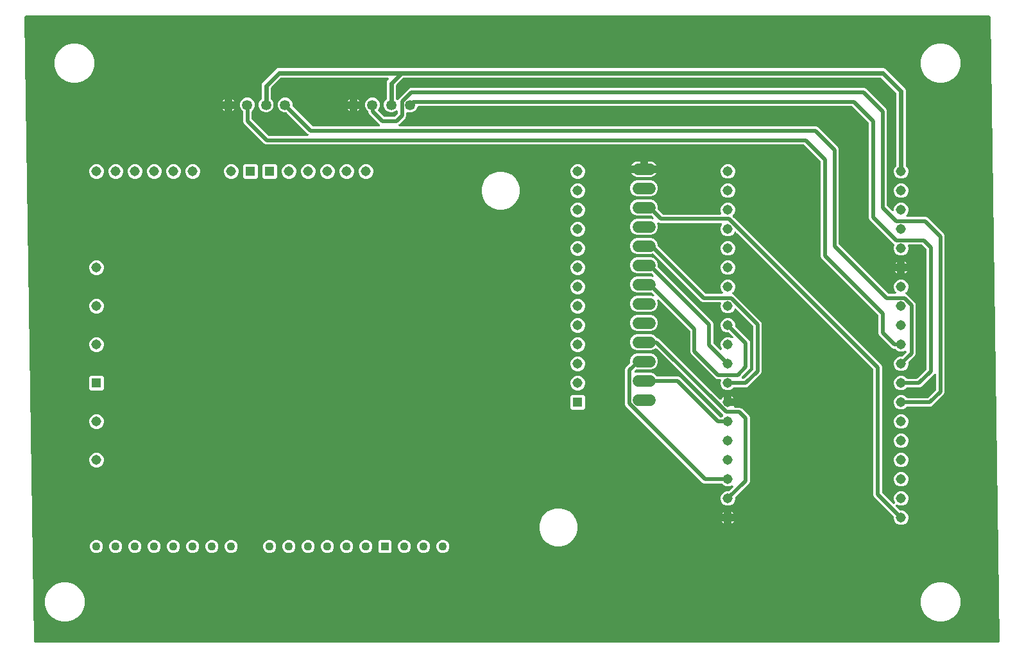
<source format=gbr>
G04 EAGLE Gerber RS-274X export*
G75*
%MOMM*%
%FSLAX34Y34*%
%LPD*%
%INTop Copper*%
%IPPOS*%
%AMOC8*
5,1,8,0,0,1.08239X$1,22.5*%
G01*
G04 Define Apertures*
%ADD10C,1.308000*%
%ADD11R,1.308000X1.308000*%
%ADD12C,1.108000*%
%ADD13R,1.108000X1.108000*%
%ADD14C,1.348000*%
%ADD15C,1.524000*%
%ADD16C,0.609600*%
%ADD17C,0.508000*%
G36*
X1245834Y10281D02*
X1245240Y10160D01*
X-26590Y10160D01*
X-27118Y10254D01*
X-27634Y10574D01*
X-27984Y11069D01*
X-28114Y11661D01*
X-40463Y835893D01*
X-40361Y836465D01*
X-40034Y836976D01*
X-39534Y837319D01*
X-38940Y837440D01*
X1232890Y837440D01*
X1233418Y837346D01*
X1233934Y837026D01*
X1234284Y836531D01*
X1234414Y835939D01*
X1246763Y11707D01*
X1246661Y11135D01*
X1246334Y10624D01*
X1245834Y10281D01*
G37*
%LPC*%
G36*
X1164956Y748540D02*
X1171844Y748540D01*
X1178497Y750323D01*
X1184463Y753767D01*
X1189333Y758637D01*
X1192777Y764603D01*
X1194560Y771256D01*
X1194560Y778144D01*
X1192777Y784797D01*
X1189333Y790763D01*
X1184463Y795633D01*
X1178497Y799077D01*
X1171844Y800860D01*
X1164956Y800860D01*
X1158303Y799077D01*
X1152337Y795633D01*
X1147467Y790763D01*
X1144023Y784797D01*
X1142240Y778144D01*
X1142240Y771256D01*
X1144023Y764603D01*
X1147467Y758637D01*
X1152337Y753767D01*
X1158303Y750323D01*
X1164956Y748540D01*
G37*
G36*
X21956Y748540D02*
X28844Y748540D01*
X35497Y750323D01*
X41463Y753767D01*
X46333Y758637D01*
X49777Y764603D01*
X51560Y771256D01*
X51560Y778144D01*
X49777Y784797D01*
X46333Y790763D01*
X41463Y795633D01*
X35497Y799077D01*
X28844Y800860D01*
X21956Y800860D01*
X15303Y799077D01*
X9337Y795633D01*
X4467Y790763D01*
X1023Y784797D01*
X-760Y778144D01*
X-760Y771256D01*
X1023Y764603D01*
X4467Y758637D01*
X9337Y753767D01*
X15303Y750323D01*
X21956Y748540D01*
G37*
G36*
X1114529Y317612D02*
X1118343Y317612D01*
X1121867Y319072D01*
X1123961Y321166D01*
X1124444Y321491D01*
X1125039Y321612D01*
X1155647Y321612D01*
X1157701Y322463D01*
X1173137Y337899D01*
X1173988Y339953D01*
X1173988Y547211D01*
X1173137Y549265D01*
X1151261Y571141D01*
X1149207Y571992D01*
X1124467Y571992D01*
X1123940Y572086D01*
X1123424Y572405D01*
X1123073Y572899D01*
X1122943Y573492D01*
X1123054Y574088D01*
X1123389Y574594D01*
X1124564Y575769D01*
X1126024Y579293D01*
X1126024Y583107D01*
X1124564Y586631D01*
X1121867Y589328D01*
X1118343Y590788D01*
X1114529Y590788D01*
X1111005Y589328D01*
X1108308Y586631D01*
X1106848Y583107D01*
X1106848Y581134D01*
X1106754Y580607D01*
X1106435Y580091D01*
X1105941Y579740D01*
X1105348Y579610D01*
X1104752Y579721D01*
X1104246Y580056D01*
X1098234Y586068D01*
X1097909Y586551D01*
X1097788Y587146D01*
X1097788Y712311D01*
X1096937Y714365D01*
X1069965Y741337D01*
X1067911Y742188D01*
X469209Y742188D01*
X467155Y741337D01*
X453159Y727341D01*
X453078Y727145D01*
X452781Y726685D01*
X452286Y726334D01*
X451694Y726204D01*
X451098Y726315D01*
X450592Y726650D01*
X450242Y727000D01*
X449917Y727483D01*
X449796Y728078D01*
X449796Y745344D01*
X449907Y745916D01*
X450242Y746421D01*
X459279Y755458D01*
X459762Y755783D01*
X460356Y755904D01*
X1089044Y755904D01*
X1089616Y755793D01*
X1090121Y755458D01*
X1109894Y735685D01*
X1110219Y735202D01*
X1110340Y734608D01*
X1110340Y640095D01*
X1110229Y639523D01*
X1109894Y639017D01*
X1108308Y637431D01*
X1106848Y633907D01*
X1106848Y630093D01*
X1108308Y626569D01*
X1111005Y623872D01*
X1114529Y622412D01*
X1118343Y622412D01*
X1121867Y623872D01*
X1124564Y626569D01*
X1126024Y630093D01*
X1126024Y633907D01*
X1124564Y637431D01*
X1122978Y639017D01*
X1122653Y639500D01*
X1122532Y640095D01*
X1122532Y738977D01*
X1121604Y741217D01*
X1095653Y767168D01*
X1093413Y768096D01*
X294287Y768096D01*
X292047Y767168D01*
X273432Y748553D01*
X272504Y746313D01*
X272504Y728078D01*
X272393Y727506D01*
X272058Y727000D01*
X270302Y725244D01*
X268812Y721647D01*
X268812Y717753D01*
X270302Y714156D01*
X273056Y711402D01*
X276653Y709912D01*
X280547Y709912D01*
X284144Y711402D01*
X286898Y714156D01*
X288388Y717753D01*
X288388Y721647D01*
X286898Y725244D01*
X285142Y727000D01*
X284817Y727483D01*
X284696Y728078D01*
X284696Y741944D01*
X284807Y742516D01*
X285142Y743021D01*
X297579Y755458D01*
X298062Y755783D01*
X298656Y755904D01*
X438804Y755904D01*
X439330Y755810D01*
X439846Y755491D01*
X440197Y754997D01*
X440328Y754404D01*
X440216Y753808D01*
X439881Y753302D01*
X438532Y751953D01*
X437604Y749713D01*
X437604Y728078D01*
X437493Y727506D01*
X437158Y727000D01*
X435402Y725244D01*
X433912Y721647D01*
X433912Y717753D01*
X435402Y714156D01*
X438156Y711402D01*
X441753Y709912D01*
X445647Y709912D01*
X449244Y711402D01*
X449706Y711864D01*
X450145Y712170D01*
X450735Y712310D01*
X451333Y712208D01*
X451844Y711881D01*
X452187Y711381D01*
X452308Y710786D01*
X452308Y708863D01*
X452197Y708291D01*
X451862Y707785D01*
X448611Y704534D01*
X448128Y704209D01*
X447533Y704088D01*
X434746Y704088D01*
X434174Y704199D01*
X433668Y704534D01*
X426600Y711603D01*
X426284Y712063D01*
X426154Y712656D01*
X426265Y713252D01*
X426600Y713758D01*
X426998Y714156D01*
X428488Y717753D01*
X428488Y721647D01*
X426998Y725244D01*
X424244Y727998D01*
X420647Y729488D01*
X416753Y729488D01*
X413156Y727998D01*
X410402Y725244D01*
X408912Y721647D01*
X408912Y717753D01*
X410402Y714156D01*
X413066Y711492D01*
X413391Y711009D01*
X413512Y710414D01*
X413512Y710089D01*
X414363Y708035D01*
X428408Y693990D01*
X428714Y693551D01*
X428853Y692961D01*
X428752Y692363D01*
X428425Y691852D01*
X427925Y691509D01*
X427330Y691388D01*
X340446Y691388D01*
X339874Y691499D01*
X339368Y691834D01*
X313834Y717368D01*
X313509Y717851D01*
X313388Y718446D01*
X313388Y721647D01*
X311898Y725244D01*
X309144Y727998D01*
X305547Y729488D01*
X301653Y729488D01*
X298056Y727998D01*
X295302Y725244D01*
X293812Y721647D01*
X293812Y717753D01*
X295302Y714156D01*
X298056Y711402D01*
X301653Y709912D01*
X304854Y709912D01*
X305426Y709801D01*
X305932Y709466D01*
X334108Y681290D01*
X334414Y680851D01*
X334553Y680261D01*
X334452Y679663D01*
X334125Y679152D01*
X333625Y678809D01*
X333030Y678688D01*
X282346Y678688D01*
X281774Y678799D01*
X281268Y679134D01*
X260034Y700368D01*
X259709Y700851D01*
X259588Y701446D01*
X259588Y711214D01*
X259699Y711786D01*
X260034Y712292D01*
X261898Y714156D01*
X263388Y717753D01*
X263388Y721647D01*
X261898Y725244D01*
X259144Y727998D01*
X255547Y729488D01*
X251653Y729488D01*
X248056Y727998D01*
X245302Y725244D01*
X243812Y721647D01*
X243812Y717753D01*
X245302Y714156D01*
X247966Y711492D01*
X248291Y711009D01*
X248412Y710414D01*
X248412Y697389D01*
X249263Y695335D01*
X276235Y668363D01*
X278289Y667512D01*
X987654Y667512D01*
X988226Y667401D01*
X988732Y667066D01*
X1009966Y645832D01*
X1010291Y645349D01*
X1010412Y644754D01*
X1010412Y519589D01*
X1011263Y517535D01*
X1086166Y442632D01*
X1086491Y442149D01*
X1086612Y441554D01*
X1086612Y417989D01*
X1087463Y415935D01*
X1104735Y398663D01*
X1106789Y397812D01*
X1107833Y397812D01*
X1108405Y397701D01*
X1108911Y397366D01*
X1111005Y395272D01*
X1114529Y393812D01*
X1118343Y393812D01*
X1121511Y395124D01*
X1122022Y395238D01*
X1122621Y395146D01*
X1123137Y394828D01*
X1123488Y394333D01*
X1123618Y393741D01*
X1123507Y393144D01*
X1123172Y392639D01*
X1118568Y388034D01*
X1118085Y387709D01*
X1117490Y387588D01*
X1114529Y387588D01*
X1111005Y386128D01*
X1108308Y383431D01*
X1106848Y379907D01*
X1106848Y376093D01*
X1108308Y372569D01*
X1111005Y369872D01*
X1114529Y368412D01*
X1118343Y368412D01*
X1121867Y369872D01*
X1124564Y372569D01*
X1126024Y376093D01*
X1126024Y379054D01*
X1126135Y379626D01*
X1126470Y380132D01*
X1135037Y388699D01*
X1135888Y390753D01*
X1135888Y456444D01*
X1135037Y458498D01*
X1123994Y469541D01*
X1123232Y469857D01*
X1122773Y470153D01*
X1122422Y470648D01*
X1122292Y471240D01*
X1122403Y471837D01*
X1122738Y472342D01*
X1124564Y474169D01*
X1126024Y477693D01*
X1126024Y481507D01*
X1124564Y485031D01*
X1121867Y487728D01*
X1118343Y489188D01*
X1114529Y489188D01*
X1111005Y487728D01*
X1108308Y485031D01*
X1106848Y481507D01*
X1106848Y477693D01*
X1108308Y474169D01*
X1109483Y472994D01*
X1109789Y472555D01*
X1109928Y471965D01*
X1109827Y471367D01*
X1109500Y470856D01*
X1109000Y470513D01*
X1108405Y470392D01*
X1100242Y470392D01*
X1099670Y470503D01*
X1099164Y470838D01*
X1034734Y535268D01*
X1034409Y535751D01*
X1034288Y536346D01*
X1034288Y661511D01*
X1033437Y663565D01*
X1006465Y690537D01*
X1004411Y691388D01*
X454949Y691388D01*
X454422Y691482D01*
X453906Y691801D01*
X453555Y692295D01*
X453425Y692888D01*
X453536Y693484D01*
X453871Y693990D01*
X462633Y702751D01*
X463484Y704805D01*
X463484Y708985D01*
X463582Y709523D01*
X463905Y710037D01*
X464402Y710384D01*
X464996Y710509D01*
X465591Y710393D01*
X466753Y709912D01*
X470647Y709912D01*
X474244Y711402D01*
X476998Y714156D01*
X478330Y717371D01*
X478643Y717848D01*
X479143Y718191D01*
X479738Y718312D01*
X1051154Y718312D01*
X1051726Y718201D01*
X1052232Y717866D01*
X1073466Y696632D01*
X1073791Y696149D01*
X1073912Y695554D01*
X1073912Y570389D01*
X1074763Y568335D01*
X1106831Y536267D01*
X1106837Y536264D01*
X1107306Y535959D01*
X1107653Y535462D01*
X1107778Y534868D01*
X1107662Y534273D01*
X1106848Y532307D01*
X1106848Y528493D01*
X1108308Y524969D01*
X1111005Y522272D01*
X1114529Y520812D01*
X1118343Y520812D01*
X1121867Y522272D01*
X1124564Y524969D01*
X1126024Y528493D01*
X1126024Y532307D01*
X1125609Y533309D01*
X1125494Y533843D01*
X1125596Y534441D01*
X1125922Y534952D01*
X1126423Y535295D01*
X1127017Y535416D01*
X1143283Y535416D01*
X1143854Y535305D01*
X1144360Y534970D01*
X1149666Y529664D01*
X1149991Y529181D01*
X1150112Y528587D01*
X1150112Y371246D01*
X1150001Y370674D01*
X1149666Y370168D01*
X1138132Y358634D01*
X1137649Y358309D01*
X1137054Y358188D01*
X1125039Y358188D01*
X1124467Y358299D01*
X1123961Y358634D01*
X1121867Y360728D01*
X1118343Y362188D01*
X1114529Y362188D01*
X1111005Y360728D01*
X1108308Y358031D01*
X1106848Y354507D01*
X1106848Y350693D01*
X1108308Y347169D01*
X1111005Y344472D01*
X1114529Y343012D01*
X1118343Y343012D01*
X1121867Y344472D01*
X1123961Y346566D01*
X1124444Y346891D01*
X1125039Y347012D01*
X1141111Y347012D01*
X1143165Y347863D01*
X1160210Y364908D01*
X1160649Y365214D01*
X1161239Y365353D01*
X1161837Y365252D01*
X1162348Y364925D01*
X1162691Y364425D01*
X1162812Y363830D01*
X1162812Y344010D01*
X1162701Y343438D01*
X1162366Y342932D01*
X1152668Y333234D01*
X1152185Y332909D01*
X1151590Y332788D01*
X1125039Y332788D01*
X1124467Y332899D01*
X1123961Y333234D01*
X1121867Y335328D01*
X1118343Y336788D01*
X1114529Y336788D01*
X1111005Y335328D01*
X1108308Y332631D01*
X1106848Y329107D01*
X1106848Y325293D01*
X1108308Y321769D01*
X1111005Y319072D01*
X1114529Y317612D01*
G37*
G36*
X398780Y724780D02*
X401640Y724780D01*
X401567Y724957D01*
X398957Y727567D01*
X398780Y727640D01*
X398780Y724780D01*
G37*
G36*
X220660Y724780D02*
X223520Y724780D01*
X223520Y727640D01*
X223343Y727567D01*
X220733Y724957D01*
X220660Y724780D01*
G37*
G36*
X233680Y724780D02*
X236540Y724780D01*
X236467Y724957D01*
X233857Y727567D01*
X233680Y727640D01*
X233680Y724780D01*
G37*
G36*
X385760Y724780D02*
X388620Y724780D01*
X388620Y727640D01*
X388443Y727567D01*
X385833Y724957D01*
X385760Y724780D01*
G37*
G36*
X223343Y711833D02*
X223520Y711760D01*
X223520Y714620D01*
X220660Y714620D01*
X220733Y714443D01*
X223343Y711833D01*
G37*
G36*
X398780Y714620D02*
X398780Y711760D01*
X398957Y711833D01*
X401567Y714443D01*
X401640Y714620D01*
X398780Y714620D01*
G37*
G36*
X388443Y711833D02*
X388620Y711760D01*
X388620Y714620D01*
X385760Y714620D01*
X385833Y714443D01*
X388443Y711833D01*
G37*
G36*
X233680Y714620D02*
X233680Y711760D01*
X233857Y711833D01*
X236467Y714443D01*
X236540Y714620D01*
X233680Y714620D01*
G37*
G36*
X760487Y640080D02*
X771920Y640080D01*
X771920Y645160D01*
X767359Y645160D01*
X763625Y643613D01*
X760767Y640755D01*
X760487Y640080D01*
G37*
G36*
X782080Y640080D02*
X793513Y640080D01*
X793233Y640755D01*
X790375Y643613D01*
X786641Y645160D01*
X782080Y645160D01*
X782080Y640080D01*
G37*
G36*
X885929Y622412D02*
X889743Y622412D01*
X893267Y623872D01*
X895964Y626569D01*
X897424Y630093D01*
X897424Y633907D01*
X895964Y637431D01*
X893267Y640128D01*
X889743Y641588D01*
X885929Y641588D01*
X882405Y640128D01*
X879708Y637431D01*
X878248Y633907D01*
X878248Y630093D01*
X879708Y626569D01*
X882405Y623872D01*
X885929Y622412D01*
G37*
G36*
X179675Y622316D02*
X183490Y622316D01*
X187014Y623776D01*
X189711Y626473D01*
X191170Y629997D01*
X191170Y633811D01*
X189711Y637335D01*
X187014Y640032D01*
X183490Y641492D01*
X179675Y641492D01*
X176151Y640032D01*
X173454Y637335D01*
X171994Y633811D01*
X171994Y629997D01*
X173454Y626473D01*
X176151Y623776D01*
X179675Y622316D01*
G37*
G36*
X687675Y622316D02*
X691490Y622316D01*
X695014Y623776D01*
X697711Y626473D01*
X699170Y629997D01*
X699170Y633811D01*
X697711Y637335D01*
X695014Y640032D01*
X691490Y641492D01*
X687675Y641492D01*
X684151Y640032D01*
X681454Y637335D01*
X679994Y633811D01*
X679994Y629997D01*
X681454Y626473D01*
X684151Y623776D01*
X687675Y622316D01*
G37*
G36*
X52675Y622316D02*
X56490Y622316D01*
X60014Y623776D01*
X62711Y626473D01*
X64170Y629997D01*
X64170Y633811D01*
X62711Y637335D01*
X60014Y640032D01*
X56490Y641492D01*
X52675Y641492D01*
X49151Y640032D01*
X46454Y637335D01*
X44994Y633811D01*
X44994Y629997D01*
X46454Y626473D01*
X49151Y623776D01*
X52675Y622316D01*
G37*
G36*
X78075Y622316D02*
X81890Y622316D01*
X85414Y623776D01*
X88111Y626473D01*
X89570Y629997D01*
X89570Y633811D01*
X88111Y637335D01*
X85414Y640032D01*
X81890Y641492D01*
X78075Y641492D01*
X74551Y640032D01*
X71854Y637335D01*
X70394Y633811D01*
X70394Y629997D01*
X71854Y626473D01*
X74551Y623776D01*
X78075Y622316D01*
G37*
G36*
X103475Y622316D02*
X107290Y622316D01*
X110814Y623776D01*
X113511Y626473D01*
X114970Y629997D01*
X114970Y633811D01*
X113511Y637335D01*
X110814Y640032D01*
X107290Y641492D01*
X103475Y641492D01*
X99951Y640032D01*
X97254Y637335D01*
X95794Y633811D01*
X95794Y629997D01*
X97254Y626473D01*
X99951Y623776D01*
X103475Y622316D01*
G37*
G36*
X128875Y622316D02*
X132690Y622316D01*
X136214Y623776D01*
X138911Y626473D01*
X140370Y629997D01*
X140370Y633811D01*
X138911Y637335D01*
X136214Y640032D01*
X132690Y641492D01*
X128875Y641492D01*
X125351Y640032D01*
X122654Y637335D01*
X121194Y633811D01*
X121194Y629997D01*
X122654Y626473D01*
X125351Y623776D01*
X128875Y622316D01*
G37*
G36*
X154275Y622316D02*
X158090Y622316D01*
X161614Y623776D01*
X164311Y626473D01*
X165770Y629997D01*
X165770Y633811D01*
X164311Y637335D01*
X161614Y640032D01*
X158090Y641492D01*
X154275Y641492D01*
X150751Y640032D01*
X148054Y637335D01*
X146594Y633811D01*
X146594Y629997D01*
X148054Y626473D01*
X150751Y623776D01*
X154275Y622316D01*
G37*
G36*
X332075Y622316D02*
X335890Y622316D01*
X339414Y623776D01*
X342111Y626473D01*
X343570Y629997D01*
X343570Y633811D01*
X342111Y637335D01*
X339414Y640032D01*
X335890Y641492D01*
X332075Y641492D01*
X328551Y640032D01*
X325854Y637335D01*
X324394Y633811D01*
X324394Y629997D01*
X325854Y626473D01*
X328551Y623776D01*
X332075Y622316D01*
G37*
G36*
X306675Y622316D02*
X310490Y622316D01*
X314014Y623776D01*
X316711Y626473D01*
X318170Y629997D01*
X318170Y633811D01*
X316711Y637335D01*
X314014Y640032D01*
X310490Y641492D01*
X306675Y641492D01*
X303151Y640032D01*
X300454Y637335D01*
X298994Y633811D01*
X298994Y629997D01*
X300454Y626473D01*
X303151Y623776D01*
X306675Y622316D01*
G37*
G36*
X275380Y622316D02*
X290985Y622316D01*
X292770Y624101D01*
X292770Y639707D01*
X290985Y641492D01*
X275380Y641492D01*
X273594Y639707D01*
X273594Y624101D01*
X275380Y622316D01*
G37*
G36*
X249980Y622316D02*
X265585Y622316D01*
X267370Y624101D01*
X267370Y639707D01*
X265585Y641492D01*
X249980Y641492D01*
X248194Y639707D01*
X248194Y624101D01*
X249980Y622316D01*
G37*
G36*
X230475Y622316D02*
X234290Y622316D01*
X237814Y623776D01*
X240511Y626473D01*
X241970Y629997D01*
X241970Y633811D01*
X240511Y637335D01*
X237814Y640032D01*
X234290Y641492D01*
X230475Y641492D01*
X226951Y640032D01*
X224254Y637335D01*
X222794Y633811D01*
X222794Y629997D01*
X224254Y626473D01*
X226951Y623776D01*
X230475Y622316D01*
G37*
G36*
X408275Y622316D02*
X412090Y622316D01*
X415614Y623776D01*
X418311Y626473D01*
X419770Y629997D01*
X419770Y633811D01*
X418311Y637335D01*
X415614Y640032D01*
X412090Y641492D01*
X408275Y641492D01*
X404751Y640032D01*
X402054Y637335D01*
X400594Y633811D01*
X400594Y629997D01*
X402054Y626473D01*
X404751Y623776D01*
X408275Y622316D01*
G37*
G36*
X382875Y622316D02*
X386690Y622316D01*
X390214Y623776D01*
X392911Y626473D01*
X394370Y629997D01*
X394370Y633811D01*
X392911Y637335D01*
X390214Y640032D01*
X386690Y641492D01*
X382875Y641492D01*
X379351Y640032D01*
X376654Y637335D01*
X375194Y633811D01*
X375194Y629997D01*
X376654Y626473D01*
X379351Y623776D01*
X382875Y622316D01*
G37*
G36*
X357475Y622316D02*
X361290Y622316D01*
X364814Y623776D01*
X367511Y626473D01*
X368970Y629997D01*
X368970Y633811D01*
X367511Y637335D01*
X364814Y640032D01*
X361290Y641492D01*
X357475Y641492D01*
X353951Y640032D01*
X351254Y637335D01*
X349794Y633811D01*
X349794Y629997D01*
X351254Y626473D01*
X353951Y623776D01*
X357475Y622316D01*
G37*
G36*
X584670Y581344D02*
X591295Y581344D01*
X597694Y583059D01*
X603431Y586371D01*
X608115Y591055D01*
X611428Y596793D01*
X613142Y603192D01*
X613142Y609816D01*
X611428Y616215D01*
X608115Y621953D01*
X603431Y626637D01*
X597694Y629949D01*
X591295Y631664D01*
X584670Y631664D01*
X578271Y629949D01*
X572534Y626637D01*
X567849Y621953D01*
X564537Y616215D01*
X562822Y609816D01*
X562822Y603192D01*
X564537Y596793D01*
X567849Y591055D01*
X572534Y586371D01*
X578271Y583059D01*
X584670Y581344D01*
G37*
G36*
X767359Y624840D02*
X786641Y624840D01*
X790375Y626387D01*
X793233Y629245D01*
X793513Y629920D01*
X760487Y629920D01*
X760767Y629245D01*
X763625Y626387D01*
X767359Y624840D01*
G37*
G36*
X767258Y598932D02*
X786742Y598932D01*
X790663Y600556D01*
X793664Y603557D01*
X795288Y607478D01*
X795288Y611722D01*
X793664Y615643D01*
X790663Y618644D01*
X786742Y620268D01*
X767258Y620268D01*
X763337Y618644D01*
X760336Y615643D01*
X758712Y611722D01*
X758712Y607478D01*
X760336Y603557D01*
X763337Y600556D01*
X767258Y598932D01*
G37*
G36*
X1114529Y597012D02*
X1118343Y597012D01*
X1121867Y598472D01*
X1124564Y601169D01*
X1126024Y604693D01*
X1126024Y608507D01*
X1124564Y612031D01*
X1121867Y614728D01*
X1118343Y616188D01*
X1114529Y616188D01*
X1111005Y614728D01*
X1108308Y612031D01*
X1106848Y608507D01*
X1106848Y604693D01*
X1108308Y601169D01*
X1111005Y598472D01*
X1114529Y597012D01*
G37*
G36*
X885929Y597012D02*
X889743Y597012D01*
X893267Y598472D01*
X895964Y601169D01*
X897424Y604693D01*
X897424Y608507D01*
X895964Y612031D01*
X893267Y614728D01*
X889743Y616188D01*
X885929Y616188D01*
X882405Y614728D01*
X879708Y612031D01*
X878248Y608507D01*
X878248Y604693D01*
X879708Y601169D01*
X882405Y598472D01*
X885929Y597012D01*
G37*
G36*
X687675Y596916D02*
X691490Y596916D01*
X695014Y598376D01*
X697711Y601073D01*
X699170Y604597D01*
X699170Y608411D01*
X697711Y611935D01*
X695014Y614632D01*
X691490Y616092D01*
X687675Y616092D01*
X684151Y614632D01*
X681454Y611935D01*
X679994Y608411D01*
X679994Y604597D01*
X681454Y601073D01*
X684151Y598376D01*
X687675Y596916D01*
G37*
G36*
X1114529Y165212D02*
X1118343Y165212D01*
X1121867Y166672D01*
X1124564Y169369D01*
X1126024Y172893D01*
X1126024Y176707D01*
X1124564Y180231D01*
X1121867Y182928D01*
X1118343Y184388D01*
X1115382Y184388D01*
X1114810Y184499D01*
X1114304Y184834D01*
X1109700Y189439D01*
X1109399Y189866D01*
X1109255Y190456D01*
X1109352Y191054D01*
X1109675Y191568D01*
X1110172Y191915D01*
X1110766Y192040D01*
X1111361Y191924D01*
X1114529Y190612D01*
X1118343Y190612D01*
X1121867Y192072D01*
X1124564Y194769D01*
X1126024Y198293D01*
X1126024Y202107D01*
X1124564Y205631D01*
X1121867Y208328D01*
X1118343Y209788D01*
X1114529Y209788D01*
X1111005Y208328D01*
X1108308Y205631D01*
X1106848Y202107D01*
X1106848Y198293D01*
X1108160Y195125D01*
X1108274Y194615D01*
X1108182Y194015D01*
X1107864Y193499D01*
X1107369Y193148D01*
X1106777Y193018D01*
X1106180Y193129D01*
X1105675Y193464D01*
X1091610Y207529D01*
X1091284Y208012D01*
X1091163Y208607D01*
X1091163Y374169D01*
X1090312Y376223D01*
X894443Y572092D01*
X894127Y572553D01*
X893997Y573146D01*
X894108Y573742D01*
X894443Y574247D01*
X895964Y575769D01*
X897424Y579293D01*
X897424Y583107D01*
X895964Y586631D01*
X893267Y589328D01*
X889743Y590788D01*
X885929Y590788D01*
X882405Y589328D01*
X879708Y586631D01*
X878248Y583107D01*
X878248Y579293D01*
X879197Y577002D01*
X879312Y576467D01*
X879211Y575869D01*
X878884Y575358D01*
X878383Y575015D01*
X877789Y574895D01*
X802459Y574895D01*
X801887Y575006D01*
X801382Y575341D01*
X795734Y580988D01*
X795409Y581471D01*
X795288Y582066D01*
X795288Y586322D01*
X793664Y590243D01*
X790663Y593244D01*
X786742Y594868D01*
X767258Y594868D01*
X763337Y593244D01*
X760336Y590243D01*
X758712Y586322D01*
X758712Y582078D01*
X760336Y578157D01*
X763337Y575156D01*
X767258Y573532D01*
X786754Y573532D01*
X787326Y573421D01*
X787832Y573086D01*
X789360Y571557D01*
X789661Y571129D01*
X789806Y570540D01*
X789709Y569941D01*
X789386Y569428D01*
X788888Y569081D01*
X788295Y568955D01*
X787700Y569071D01*
X786742Y569468D01*
X767258Y569468D01*
X763337Y567844D01*
X760336Y564843D01*
X758712Y560922D01*
X758712Y556678D01*
X760336Y552757D01*
X763337Y549756D01*
X767258Y548132D01*
X786742Y548132D01*
X790663Y549756D01*
X793664Y552757D01*
X795288Y556678D01*
X795288Y560922D01*
X794653Y562456D01*
X794538Y562978D01*
X794635Y563577D01*
X794958Y564090D01*
X795455Y564437D01*
X796049Y564563D01*
X796644Y564447D01*
X798402Y563719D01*
X878516Y563719D01*
X879042Y563625D01*
X879558Y563306D01*
X879909Y562811D01*
X880040Y562219D01*
X879928Y561623D01*
X879772Y561387D01*
X878248Y557707D01*
X878248Y553893D01*
X879708Y550369D01*
X882405Y547672D01*
X885929Y546212D01*
X889743Y546212D01*
X893267Y547672D01*
X895964Y550369D01*
X896379Y551371D01*
X896676Y551830D01*
X897171Y552181D01*
X897763Y552311D01*
X898359Y552200D01*
X898865Y551865D01*
X1079541Y371189D01*
X1079866Y370706D01*
X1079987Y370111D01*
X1079987Y204549D01*
X1080838Y202496D01*
X1106402Y176932D01*
X1106727Y176449D01*
X1106848Y175854D01*
X1106848Y172893D01*
X1108308Y169369D01*
X1111005Y166672D01*
X1114529Y165212D01*
G37*
G36*
X687675Y571516D02*
X691490Y571516D01*
X695014Y572976D01*
X697711Y575673D01*
X699170Y579197D01*
X699170Y583011D01*
X697711Y586535D01*
X695014Y589232D01*
X691490Y590692D01*
X687675Y590692D01*
X684151Y589232D01*
X681454Y586535D01*
X679994Y583011D01*
X679994Y579197D01*
X681454Y575673D01*
X684151Y572976D01*
X687675Y571516D01*
G37*
G36*
X687675Y546116D02*
X691490Y546116D01*
X695014Y547576D01*
X697711Y550273D01*
X699170Y553797D01*
X699170Y557611D01*
X697711Y561135D01*
X695014Y563832D01*
X691490Y565292D01*
X687675Y565292D01*
X684151Y563832D01*
X681454Y561135D01*
X679994Y557611D01*
X679994Y553797D01*
X681454Y550273D01*
X684151Y547576D01*
X687675Y546116D01*
G37*
G36*
X885929Y343012D02*
X889743Y343012D01*
X893267Y344472D01*
X895361Y346566D01*
X895844Y346891D01*
X896439Y347012D01*
X912511Y347012D01*
X914565Y347863D01*
X931837Y365135D01*
X932688Y367189D01*
X932688Y431044D01*
X931837Y433098D01*
X895394Y469541D01*
X894632Y469857D01*
X894173Y470153D01*
X893822Y470648D01*
X893692Y471240D01*
X893803Y471837D01*
X894138Y472342D01*
X895964Y474169D01*
X897424Y477693D01*
X897424Y481507D01*
X895964Y485031D01*
X893267Y487728D01*
X889743Y489188D01*
X885929Y489188D01*
X882405Y487728D01*
X879708Y485031D01*
X878248Y481507D01*
X878248Y477693D01*
X879708Y474169D01*
X880883Y472994D01*
X881189Y472555D01*
X881328Y471965D01*
X881227Y471367D01*
X880900Y470856D01*
X880400Y470513D01*
X879805Y470392D01*
X858942Y470392D01*
X858370Y470503D01*
X857864Y470838D01*
X795734Y532968D01*
X795409Y533451D01*
X795288Y534046D01*
X795288Y535522D01*
X793664Y539443D01*
X790663Y542444D01*
X786742Y544068D01*
X767258Y544068D01*
X763337Y542444D01*
X760336Y539443D01*
X758712Y535522D01*
X758712Y531278D01*
X760336Y527357D01*
X763337Y524356D01*
X767258Y522732D01*
X786742Y522732D01*
X788222Y523345D01*
X788781Y523461D01*
X789377Y523350D01*
X789883Y523015D01*
X852831Y460067D01*
X854885Y459216D01*
X877255Y459216D01*
X877793Y459118D01*
X878306Y458795D01*
X878653Y458298D01*
X878779Y457704D01*
X878663Y457109D01*
X878248Y456107D01*
X878248Y452293D01*
X879708Y448769D01*
X882405Y446072D01*
X885929Y444612D01*
X889743Y444612D01*
X893267Y446072D01*
X895964Y448769D01*
X896379Y449771D01*
X896676Y450230D01*
X897171Y450581D01*
X897763Y450711D01*
X898359Y450600D01*
X898865Y450265D01*
X921066Y428064D01*
X921391Y427581D01*
X921512Y426987D01*
X921512Y371246D01*
X921401Y370674D01*
X921066Y370168D01*
X909532Y358634D01*
X909049Y358309D01*
X908454Y358188D01*
X907302Y358188D01*
X906776Y358282D01*
X906260Y358601D01*
X905909Y359095D01*
X905778Y359688D01*
X905890Y360284D01*
X906225Y360790D01*
X915877Y370442D01*
X916728Y372496D01*
X916728Y406607D01*
X915877Y408661D01*
X897870Y426668D01*
X897545Y427151D01*
X897424Y427746D01*
X897424Y430707D01*
X895964Y434231D01*
X893267Y436928D01*
X889743Y438388D01*
X885929Y438388D01*
X882405Y436928D01*
X879708Y434231D01*
X878248Y430707D01*
X878248Y426893D01*
X879708Y423369D01*
X882405Y420672D01*
X885929Y419212D01*
X888890Y419212D01*
X889462Y419101D01*
X889968Y418766D01*
X894572Y414161D01*
X894873Y413734D01*
X895017Y413145D01*
X894920Y412546D01*
X894597Y412032D01*
X894100Y411685D01*
X893507Y411560D01*
X892911Y411676D01*
X889743Y412988D01*
X885929Y412988D01*
X882405Y411528D01*
X879708Y408831D01*
X878248Y405307D01*
X878248Y401493D01*
X879560Y398325D01*
X879674Y397815D01*
X879582Y397215D01*
X879264Y396699D01*
X878769Y396348D01*
X878177Y396218D01*
X877580Y396329D01*
X877075Y396664D01*
X869056Y404683D01*
X868730Y405166D01*
X868609Y405761D01*
X868609Y430710D01*
X867759Y432764D01*
X795734Y504788D01*
X795409Y505271D01*
X795288Y505866D01*
X795288Y510122D01*
X793664Y514043D01*
X790663Y517044D01*
X786742Y518668D01*
X767258Y518668D01*
X763337Y517044D01*
X760336Y514043D01*
X758712Y510122D01*
X758712Y505878D01*
X760336Y501957D01*
X763337Y498956D01*
X767258Y497332D01*
X786754Y497332D01*
X787326Y497221D01*
X787832Y496886D01*
X789360Y495357D01*
X789661Y494929D01*
X789806Y494340D01*
X789709Y493741D01*
X789386Y493228D01*
X788888Y492881D01*
X788295Y492755D01*
X787700Y492871D01*
X786742Y493268D01*
X767258Y493268D01*
X763337Y491644D01*
X760336Y488643D01*
X758712Y484722D01*
X758712Y480478D01*
X760336Y476557D01*
X763337Y473556D01*
X767258Y471932D01*
X786900Y471932D01*
X787143Y471982D01*
X787739Y471871D01*
X788245Y471536D01*
X790151Y469629D01*
X790452Y469202D01*
X790596Y468613D01*
X790499Y468014D01*
X790177Y467500D01*
X789679Y467153D01*
X789086Y467028D01*
X788490Y467144D01*
X786742Y467868D01*
X767258Y467868D01*
X763337Y466244D01*
X760336Y463243D01*
X758712Y459322D01*
X758712Y455078D01*
X760336Y451157D01*
X763337Y448156D01*
X767258Y446532D01*
X786742Y446532D01*
X790663Y448156D01*
X793664Y451157D01*
X795288Y455078D01*
X795288Y459322D01*
X794564Y461070D01*
X794450Y461581D01*
X794542Y462180D01*
X794860Y462696D01*
X795355Y463047D01*
X795948Y463177D01*
X796544Y463066D01*
X797049Y462731D01*
X837683Y422098D01*
X838009Y421614D01*
X838129Y421020D01*
X838129Y393311D01*
X838980Y391257D01*
X871770Y358467D01*
X873824Y357616D01*
X877255Y357616D01*
X877793Y357518D01*
X878306Y357195D01*
X878653Y356698D01*
X878779Y356104D01*
X878663Y355509D01*
X878248Y354507D01*
X878248Y350693D01*
X879708Y347169D01*
X882405Y344472D01*
X885929Y343012D01*
G37*
G36*
X885929Y520812D02*
X889743Y520812D01*
X893267Y522272D01*
X895964Y524969D01*
X897424Y528493D01*
X897424Y532307D01*
X895964Y535831D01*
X893267Y538528D01*
X889743Y539988D01*
X885929Y539988D01*
X882405Y538528D01*
X879708Y535831D01*
X878248Y532307D01*
X878248Y528493D01*
X879708Y524969D01*
X882405Y522272D01*
X885929Y520812D01*
G37*
G36*
X687675Y520716D02*
X691490Y520716D01*
X695014Y522176D01*
X697711Y524873D01*
X699170Y528397D01*
X699170Y532211D01*
X697711Y535735D01*
X695014Y538432D01*
X691490Y539892D01*
X687675Y539892D01*
X684151Y538432D01*
X681454Y535735D01*
X679994Y532211D01*
X679994Y528397D01*
X681454Y524873D01*
X684151Y522176D01*
X687675Y520716D01*
G37*
G36*
X885929Y495412D02*
X889743Y495412D01*
X893267Y496872D01*
X895964Y499569D01*
X897424Y503093D01*
X897424Y506907D01*
X895964Y510431D01*
X893267Y513128D01*
X889743Y514588D01*
X885929Y514588D01*
X882405Y513128D01*
X879708Y510431D01*
X878248Y506907D01*
X878248Y503093D01*
X879708Y499569D01*
X882405Y496872D01*
X885929Y495412D01*
G37*
G36*
X687675Y495316D02*
X691490Y495316D01*
X695014Y496776D01*
X697711Y499473D01*
X699170Y502997D01*
X699170Y506811D01*
X697711Y510335D01*
X695014Y513032D01*
X691490Y514492D01*
X687675Y514492D01*
X684151Y513032D01*
X681454Y510335D01*
X679994Y506811D01*
X679994Y502997D01*
X681454Y499473D01*
X684151Y496776D01*
X687675Y495316D01*
G37*
G36*
X52675Y495316D02*
X56490Y495316D01*
X60014Y496776D01*
X62711Y499473D01*
X64170Y502997D01*
X64170Y506811D01*
X62711Y510335D01*
X60014Y513032D01*
X56490Y514492D01*
X52675Y514492D01*
X49151Y513032D01*
X46454Y510335D01*
X44994Y506811D01*
X44994Y502997D01*
X46454Y499473D01*
X49151Y496776D01*
X52675Y495316D01*
G37*
G36*
X1121516Y510080D02*
X1124160Y510080D01*
X1124134Y510143D01*
X1121579Y512698D01*
X1121516Y512724D01*
X1121516Y510080D01*
G37*
G36*
X1108712Y510080D02*
X1111356Y510080D01*
X1111356Y512724D01*
X1111293Y512698D01*
X1108738Y510143D01*
X1108712Y510080D01*
G37*
G36*
X1111293Y497302D02*
X1111356Y497276D01*
X1111356Y499920D01*
X1108712Y499920D01*
X1108738Y499857D01*
X1111293Y497302D01*
G37*
G36*
X1121516Y499920D02*
X1121516Y497276D01*
X1121579Y497302D01*
X1124134Y499857D01*
X1124160Y499920D01*
X1121516Y499920D01*
G37*
G36*
X687675Y469916D02*
X691490Y469916D01*
X695014Y471376D01*
X697711Y474073D01*
X699170Y477597D01*
X699170Y481411D01*
X697711Y484935D01*
X695014Y487632D01*
X691490Y489092D01*
X687675Y489092D01*
X684151Y487632D01*
X681454Y484935D01*
X679994Y481411D01*
X679994Y477597D01*
X681454Y474073D01*
X684151Y471376D01*
X687675Y469916D01*
G37*
G36*
X687675Y444516D02*
X691490Y444516D01*
X695014Y445976D01*
X697711Y448673D01*
X699170Y452197D01*
X699170Y456011D01*
X697711Y459535D01*
X695014Y462232D01*
X691490Y463692D01*
X687675Y463692D01*
X684151Y462232D01*
X681454Y459535D01*
X679994Y456011D01*
X679994Y452197D01*
X681454Y448673D01*
X684151Y445976D01*
X687675Y444516D01*
G37*
G36*
X52675Y444516D02*
X56490Y444516D01*
X60014Y445976D01*
X62711Y448673D01*
X64170Y452197D01*
X64170Y456011D01*
X62711Y459535D01*
X60014Y462232D01*
X56490Y463692D01*
X52675Y463692D01*
X49151Y462232D01*
X46454Y459535D01*
X44994Y456011D01*
X44994Y452197D01*
X46454Y448673D01*
X49151Y445976D01*
X52675Y444516D01*
G37*
G36*
X767258Y421132D02*
X786742Y421132D01*
X790663Y422756D01*
X793664Y425757D01*
X795288Y429678D01*
X795288Y433922D01*
X793664Y437843D01*
X790663Y440844D01*
X786742Y442468D01*
X767258Y442468D01*
X763337Y440844D01*
X760336Y437843D01*
X758712Y433922D01*
X758712Y429678D01*
X760336Y425757D01*
X763337Y422756D01*
X767258Y421132D01*
G37*
G36*
X687675Y419116D02*
X691490Y419116D01*
X695014Y420576D01*
X697711Y423273D01*
X699170Y426797D01*
X699170Y430611D01*
X697711Y434135D01*
X695014Y436832D01*
X691490Y438292D01*
X687675Y438292D01*
X684151Y436832D01*
X681454Y434135D01*
X679994Y430611D01*
X679994Y426797D01*
X681454Y423273D01*
X684151Y420576D01*
X687675Y419116D01*
G37*
G36*
X885929Y190612D02*
X889743Y190612D01*
X893267Y192072D01*
X895964Y194769D01*
X897424Y198293D01*
X897424Y201254D01*
X897535Y201826D01*
X897870Y202332D01*
X915877Y220339D01*
X916728Y222393D01*
X916728Y307304D01*
X915877Y309358D01*
X905998Y319237D01*
X903944Y320088D01*
X896999Y320088D01*
X896461Y320186D01*
X895948Y320509D01*
X895601Y321006D01*
X895475Y321600D01*
X895576Y322120D01*
X883717Y322120D01*
X883439Y322348D01*
X882984Y322803D01*
X882756Y323081D01*
X882756Y334924D01*
X882693Y334898D01*
X880138Y332343D01*
X879682Y331241D01*
X879385Y330781D01*
X878890Y330430D01*
X878298Y330300D01*
X877702Y330411D01*
X877196Y330746D01*
X796805Y411137D01*
X794751Y411988D01*
X794750Y411988D01*
X794178Y412099D01*
X793672Y412434D01*
X790663Y415444D01*
X786742Y417068D01*
X767258Y417068D01*
X763337Y415444D01*
X760336Y412443D01*
X758712Y408522D01*
X758712Y404278D01*
X760336Y400357D01*
X763337Y397356D01*
X767258Y395732D01*
X786742Y395732D01*
X790663Y397356D01*
X791644Y398337D01*
X792105Y398653D01*
X792698Y398784D01*
X793294Y398672D01*
X793800Y398337D01*
X881229Y310908D01*
X881545Y310447D01*
X881675Y309855D01*
X881564Y309258D01*
X881229Y308753D01*
X880311Y307834D01*
X879828Y307509D01*
X879233Y307388D01*
X878082Y307388D01*
X877510Y307499D01*
X877004Y307834D01*
X824501Y360337D01*
X822447Y361188D01*
X794750Y361188D01*
X794178Y361299D01*
X793672Y361634D01*
X790663Y364644D01*
X786742Y366268D01*
X767258Y366268D01*
X766300Y365871D01*
X765790Y365757D01*
X765191Y365849D01*
X764675Y366168D01*
X764324Y366663D01*
X764193Y367255D01*
X764305Y367851D01*
X764640Y368357D01*
X766168Y369886D01*
X766651Y370211D01*
X767246Y370332D01*
X786742Y370332D01*
X790663Y371956D01*
X793664Y374957D01*
X795288Y378878D01*
X795288Y383122D01*
X793664Y387043D01*
X790663Y390044D01*
X786742Y391668D01*
X767258Y391668D01*
X763337Y390044D01*
X760336Y387043D01*
X758712Y383122D01*
X758712Y378866D01*
X758601Y378294D01*
X758266Y377788D01*
X752959Y372481D01*
X752108Y370427D01*
X752108Y324249D01*
X752959Y322195D01*
X854291Y220863D01*
X856345Y220012D01*
X879233Y220012D01*
X879805Y219901D01*
X880311Y219566D01*
X882405Y217472D01*
X885929Y216012D01*
X889743Y216012D01*
X892911Y217324D01*
X893422Y217438D01*
X894021Y217346D01*
X894537Y217028D01*
X894888Y216533D01*
X895018Y215941D01*
X894907Y215344D01*
X894572Y214839D01*
X889968Y210234D01*
X889485Y209909D01*
X888890Y209788D01*
X885929Y209788D01*
X882405Y208328D01*
X879708Y205631D01*
X878248Y202107D01*
X878248Y198293D01*
X879708Y194769D01*
X882405Y192072D01*
X885929Y190612D01*
G37*
G36*
X52675Y393716D02*
X56490Y393716D01*
X60014Y395176D01*
X62711Y397873D01*
X64170Y401397D01*
X64170Y405211D01*
X62711Y408735D01*
X60014Y411432D01*
X56490Y412892D01*
X52675Y412892D01*
X49151Y411432D01*
X46454Y408735D01*
X44994Y405211D01*
X44994Y401397D01*
X46454Y397873D01*
X49151Y395176D01*
X52675Y393716D01*
G37*
G36*
X687675Y393716D02*
X691490Y393716D01*
X695014Y395176D01*
X697711Y397873D01*
X699170Y401397D01*
X699170Y405211D01*
X697711Y408735D01*
X695014Y411432D01*
X691490Y412892D01*
X687675Y412892D01*
X684151Y411432D01*
X681454Y408735D01*
X679994Y405211D01*
X679994Y401397D01*
X681454Y397873D01*
X684151Y395176D01*
X687675Y393716D01*
G37*
G36*
X687675Y368316D02*
X691490Y368316D01*
X695014Y369776D01*
X697711Y372473D01*
X699170Y375997D01*
X699170Y379811D01*
X697711Y383335D01*
X695014Y386032D01*
X691490Y387492D01*
X687675Y387492D01*
X684151Y386032D01*
X681454Y383335D01*
X679994Y379811D01*
X679994Y375997D01*
X681454Y372473D01*
X684151Y369776D01*
X687675Y368316D01*
G37*
G36*
X46780Y342916D02*
X62385Y342916D01*
X64170Y344701D01*
X64170Y360307D01*
X62385Y362092D01*
X46780Y362092D01*
X44994Y360307D01*
X44994Y344701D01*
X46780Y342916D01*
G37*
G36*
X687675Y342916D02*
X691490Y342916D01*
X695014Y344376D01*
X697711Y347073D01*
X699170Y350597D01*
X699170Y354411D01*
X697711Y357935D01*
X695014Y360632D01*
X691490Y362092D01*
X687675Y362092D01*
X684151Y360632D01*
X681454Y357935D01*
X679994Y354411D01*
X679994Y350597D01*
X681454Y347073D01*
X684151Y344376D01*
X687675Y342916D01*
G37*
G36*
X681780Y317516D02*
X697385Y317516D01*
X699170Y319301D01*
X699170Y334907D01*
X697385Y336692D01*
X681780Y336692D01*
X679994Y334907D01*
X679994Y319301D01*
X681780Y317516D01*
G37*
G36*
X892916Y332280D02*
X895560Y332280D01*
X895534Y332343D01*
X892979Y334898D01*
X892916Y334924D01*
X892916Y332280D01*
G37*
G36*
X1114529Y292212D02*
X1118343Y292212D01*
X1121867Y293672D01*
X1124564Y296369D01*
X1126024Y299893D01*
X1126024Y303707D01*
X1124564Y307231D01*
X1121867Y309928D01*
X1118343Y311388D01*
X1114529Y311388D01*
X1111005Y309928D01*
X1108308Y307231D01*
X1106848Y303707D01*
X1106848Y299893D01*
X1108308Y296369D01*
X1111005Y293672D01*
X1114529Y292212D01*
G37*
G36*
X52675Y292116D02*
X56490Y292116D01*
X60014Y293576D01*
X62711Y296273D01*
X64170Y299797D01*
X64170Y303611D01*
X62711Y307135D01*
X60014Y309832D01*
X56490Y311292D01*
X52675Y311292D01*
X49151Y309832D01*
X46454Y307135D01*
X44994Y303611D01*
X44994Y299797D01*
X46454Y296273D01*
X49151Y293576D01*
X52675Y292116D01*
G37*
G36*
X1114529Y266812D02*
X1118343Y266812D01*
X1121867Y268272D01*
X1124564Y270969D01*
X1126024Y274493D01*
X1126024Y278307D01*
X1124564Y281831D01*
X1121867Y284528D01*
X1118343Y285988D01*
X1114529Y285988D01*
X1111005Y284528D01*
X1108308Y281831D01*
X1106848Y278307D01*
X1106848Y274493D01*
X1108308Y270969D01*
X1111005Y268272D01*
X1114529Y266812D01*
G37*
G36*
X1114529Y241412D02*
X1118343Y241412D01*
X1121867Y242872D01*
X1124564Y245569D01*
X1126024Y249093D01*
X1126024Y252907D01*
X1124564Y256431D01*
X1121867Y259128D01*
X1118343Y260588D01*
X1114529Y260588D01*
X1111005Y259128D01*
X1108308Y256431D01*
X1106848Y252907D01*
X1106848Y249093D01*
X1108308Y245569D01*
X1111005Y242872D01*
X1114529Y241412D01*
G37*
G36*
X52675Y241316D02*
X56490Y241316D01*
X60014Y242776D01*
X62711Y245473D01*
X64170Y248997D01*
X64170Y252811D01*
X62711Y256335D01*
X60014Y259032D01*
X56490Y260492D01*
X52675Y260492D01*
X49151Y259032D01*
X46454Y256335D01*
X44994Y252811D01*
X44994Y248997D01*
X46454Y245473D01*
X49151Y242776D01*
X52675Y241316D01*
G37*
G36*
X1114529Y216012D02*
X1118343Y216012D01*
X1121867Y217472D01*
X1124564Y220169D01*
X1126024Y223693D01*
X1126024Y227507D01*
X1124564Y231031D01*
X1121867Y233728D01*
X1118343Y235188D01*
X1114529Y235188D01*
X1111005Y233728D01*
X1108308Y231031D01*
X1106848Y227507D01*
X1106848Y223693D01*
X1108308Y220169D01*
X1111005Y217472D01*
X1114529Y216012D01*
G37*
G36*
X660870Y136844D02*
X667495Y136844D01*
X673894Y138559D01*
X679631Y141871D01*
X684315Y146555D01*
X687628Y152293D01*
X689342Y158692D01*
X689342Y165316D01*
X687628Y171715D01*
X684315Y177453D01*
X679631Y182137D01*
X673894Y185449D01*
X667495Y187164D01*
X660870Y187164D01*
X654471Y185449D01*
X648734Y182137D01*
X644049Y177453D01*
X640737Y171715D01*
X639022Y165316D01*
X639022Y158692D01*
X640737Y152293D01*
X644049Y146555D01*
X648734Y141871D01*
X654471Y138559D01*
X660870Y136844D01*
G37*
G36*
X880112Y179880D02*
X882756Y179880D01*
X882756Y182524D01*
X882693Y182498D01*
X880138Y179943D01*
X880112Y179880D01*
G37*
G36*
X892916Y179880D02*
X895560Y179880D01*
X895534Y179943D01*
X892979Y182498D01*
X892916Y182524D01*
X892916Y179880D01*
G37*
G36*
X892916Y169720D02*
X892916Y167076D01*
X892979Y167102D01*
X895534Y169657D01*
X895560Y169720D01*
X892916Y169720D01*
G37*
G36*
X882693Y167102D02*
X882756Y167076D01*
X882756Y169720D01*
X880112Y169720D01*
X880138Y169657D01*
X882693Y167102D01*
G37*
G36*
X408474Y128016D02*
X411891Y128016D01*
X415047Y129323D01*
X417463Y131739D01*
X418770Y134896D01*
X418770Y138312D01*
X417463Y141469D01*
X415047Y143885D01*
X411891Y145192D01*
X408474Y145192D01*
X405318Y143885D01*
X402902Y141469D01*
X401594Y138312D01*
X401594Y134896D01*
X402902Y131739D01*
X405318Y129323D01*
X408474Y128016D01*
G37*
G36*
X383074Y128016D02*
X386491Y128016D01*
X389647Y129323D01*
X392063Y131739D01*
X393370Y134896D01*
X393370Y138312D01*
X392063Y141469D01*
X389647Y143885D01*
X386491Y145192D01*
X383074Y145192D01*
X379918Y143885D01*
X377502Y141469D01*
X376194Y138312D01*
X376194Y134896D01*
X377502Y131739D01*
X379918Y129323D01*
X383074Y128016D01*
G37*
G36*
X357674Y128016D02*
X361091Y128016D01*
X364247Y129323D01*
X366663Y131739D01*
X367970Y134896D01*
X367970Y138312D01*
X366663Y141469D01*
X364247Y143885D01*
X361091Y145192D01*
X357674Y145192D01*
X354518Y143885D01*
X352102Y141469D01*
X350794Y138312D01*
X350794Y134896D01*
X352102Y131739D01*
X354518Y129323D01*
X357674Y128016D01*
G37*
G36*
X332274Y128016D02*
X335691Y128016D01*
X338847Y129323D01*
X341263Y131739D01*
X342570Y134896D01*
X342570Y138312D01*
X341263Y141469D01*
X338847Y143885D01*
X335691Y145192D01*
X332274Y145192D01*
X329118Y143885D01*
X326702Y141469D01*
X325394Y138312D01*
X325394Y134896D01*
X326702Y131739D01*
X329118Y129323D01*
X332274Y128016D01*
G37*
G36*
X281474Y128016D02*
X284891Y128016D01*
X288047Y129323D01*
X290463Y131739D01*
X291770Y134896D01*
X291770Y138312D01*
X290463Y141469D01*
X288047Y143885D01*
X284891Y145192D01*
X281474Y145192D01*
X278318Y143885D01*
X275902Y141469D01*
X274594Y138312D01*
X274594Y134896D01*
X275902Y131739D01*
X278318Y129323D01*
X281474Y128016D01*
G37*
G36*
X230674Y128016D02*
X234091Y128016D01*
X237247Y129323D01*
X239663Y131739D01*
X240970Y134896D01*
X240970Y138312D01*
X239663Y141469D01*
X237247Y143885D01*
X234091Y145192D01*
X230674Y145192D01*
X227518Y143885D01*
X225102Y141469D01*
X223794Y138312D01*
X223794Y134896D01*
X225102Y131739D01*
X227518Y129323D01*
X230674Y128016D01*
G37*
G36*
X205274Y128016D02*
X208691Y128016D01*
X211847Y129323D01*
X214263Y131739D01*
X215570Y134896D01*
X215570Y138312D01*
X214263Y141469D01*
X211847Y143885D01*
X208691Y145192D01*
X205274Y145192D01*
X202118Y143885D01*
X199702Y141469D01*
X198394Y138312D01*
X198394Y134896D01*
X199702Y131739D01*
X202118Y129323D01*
X205274Y128016D01*
G37*
G36*
X179874Y128016D02*
X183291Y128016D01*
X186447Y129323D01*
X188863Y131739D01*
X190170Y134896D01*
X190170Y138312D01*
X188863Y141469D01*
X186447Y143885D01*
X183291Y145192D01*
X179874Y145192D01*
X176718Y143885D01*
X174302Y141469D01*
X172994Y138312D01*
X172994Y134896D01*
X174302Y131739D01*
X176718Y129323D01*
X179874Y128016D01*
G37*
G36*
X154474Y128016D02*
X157891Y128016D01*
X161047Y129323D01*
X163463Y131739D01*
X164770Y134896D01*
X164770Y138312D01*
X163463Y141469D01*
X161047Y143885D01*
X157891Y145192D01*
X154474Y145192D01*
X151318Y143885D01*
X148902Y141469D01*
X147594Y138312D01*
X147594Y134896D01*
X148902Y131739D01*
X151318Y129323D01*
X154474Y128016D01*
G37*
G36*
X129074Y128016D02*
X132491Y128016D01*
X135647Y129323D01*
X138063Y131739D01*
X139370Y134896D01*
X139370Y138312D01*
X138063Y141469D01*
X135647Y143885D01*
X132491Y145192D01*
X129074Y145192D01*
X125918Y143885D01*
X123502Y141469D01*
X122194Y138312D01*
X122194Y134896D01*
X123502Y131739D01*
X125918Y129323D01*
X129074Y128016D01*
G37*
G36*
X103674Y128016D02*
X107091Y128016D01*
X110247Y129323D01*
X112663Y131739D01*
X113970Y134896D01*
X113970Y138312D01*
X112663Y141469D01*
X110247Y143885D01*
X107091Y145192D01*
X103674Y145192D01*
X100518Y143885D01*
X98102Y141469D01*
X96794Y138312D01*
X96794Y134896D01*
X98102Y131739D01*
X100518Y129323D01*
X103674Y128016D01*
G37*
G36*
X78274Y128016D02*
X81691Y128016D01*
X84847Y129323D01*
X87263Y131739D01*
X88570Y134896D01*
X88570Y138312D01*
X87263Y141469D01*
X84847Y143885D01*
X81691Y145192D01*
X78274Y145192D01*
X75118Y143885D01*
X72702Y141469D01*
X71394Y138312D01*
X71394Y134896D01*
X72702Y131739D01*
X75118Y129323D01*
X78274Y128016D01*
G37*
G36*
X52874Y128016D02*
X56291Y128016D01*
X59447Y129323D01*
X61863Y131739D01*
X63170Y134896D01*
X63170Y138312D01*
X61863Y141469D01*
X59447Y143885D01*
X56291Y145192D01*
X52874Y145192D01*
X49718Y143885D01*
X47302Y141469D01*
X45994Y138312D01*
X45994Y134896D01*
X47302Y131739D01*
X49718Y129323D01*
X52874Y128016D01*
G37*
G36*
X306874Y128016D02*
X310291Y128016D01*
X313447Y129323D01*
X315863Y131739D01*
X317170Y134896D01*
X317170Y138312D01*
X315863Y141469D01*
X313447Y143885D01*
X310291Y145192D01*
X306874Y145192D01*
X303718Y143885D01*
X301302Y141469D01*
X299994Y138312D01*
X299994Y134896D01*
X301302Y131739D01*
X303718Y129323D01*
X306874Y128016D01*
G37*
G36*
X510074Y128016D02*
X513491Y128016D01*
X516647Y129323D01*
X519063Y131739D01*
X520370Y134896D01*
X520370Y138312D01*
X519063Y141469D01*
X516647Y143885D01*
X513491Y145192D01*
X510074Y145192D01*
X506918Y143885D01*
X504502Y141469D01*
X503194Y138312D01*
X503194Y134896D01*
X504502Y131739D01*
X506918Y129323D01*
X510074Y128016D01*
G37*
G36*
X484674Y128016D02*
X488091Y128016D01*
X491247Y129323D01*
X493663Y131739D01*
X494970Y134896D01*
X494970Y138312D01*
X493663Y141469D01*
X491247Y143885D01*
X488091Y145192D01*
X484674Y145192D01*
X481518Y143885D01*
X479102Y141469D01*
X477794Y138312D01*
X477794Y134896D01*
X479102Y131739D01*
X481518Y129323D01*
X484674Y128016D01*
G37*
G36*
X459274Y128016D02*
X462691Y128016D01*
X465847Y129323D01*
X468263Y131739D01*
X469570Y134896D01*
X469570Y138312D01*
X468263Y141469D01*
X465847Y143885D01*
X462691Y145192D01*
X459274Y145192D01*
X456118Y143885D01*
X453702Y141469D01*
X452394Y138312D01*
X452394Y134896D01*
X453702Y131739D01*
X456118Y129323D01*
X459274Y128016D01*
G37*
G36*
X428780Y128016D02*
X442385Y128016D01*
X444170Y129801D01*
X444170Y143407D01*
X442385Y145192D01*
X428780Y145192D01*
X426994Y143407D01*
X426994Y129801D01*
X428780Y128016D01*
G37*
G36*
X9256Y37340D02*
X16144Y37340D01*
X22797Y39123D01*
X28763Y42567D01*
X33633Y47437D01*
X37077Y53403D01*
X38860Y60056D01*
X38860Y66944D01*
X37077Y73597D01*
X33633Y79563D01*
X28763Y84433D01*
X22797Y87877D01*
X16144Y89660D01*
X9256Y89660D01*
X2603Y87877D01*
X-3363Y84433D01*
X-8233Y79563D01*
X-11677Y73597D01*
X-13460Y66944D01*
X-13460Y60056D01*
X-11677Y53403D01*
X-8233Y47437D01*
X-3363Y42567D01*
X2603Y39123D01*
X9256Y37340D01*
G37*
G36*
X1164956Y37340D02*
X1171844Y37340D01*
X1178497Y39123D01*
X1184463Y42567D01*
X1189333Y47437D01*
X1192777Y53403D01*
X1194560Y60056D01*
X1194560Y66944D01*
X1192777Y73597D01*
X1189333Y79563D01*
X1184463Y84433D01*
X1178497Y87877D01*
X1171844Y89660D01*
X1164956Y89660D01*
X1158303Y87877D01*
X1152337Y84433D01*
X1147467Y79563D01*
X1144023Y73597D01*
X1142240Y66944D01*
X1142240Y60056D01*
X1144023Y53403D01*
X1147467Y47437D01*
X1152337Y42567D01*
X1158303Y39123D01*
X1164956Y37340D01*
G37*
%LPD*%
D10*
X1116436Y174800D03*
X1116436Y200200D03*
X1116436Y225600D03*
X1116436Y251000D03*
X1116436Y276400D03*
X1116436Y301800D03*
X1116436Y327200D03*
X1116436Y352600D03*
X1116436Y378000D03*
X1116436Y403400D03*
X1116436Y428800D03*
X1116436Y454200D03*
X1116436Y479600D03*
X1116436Y505000D03*
X1116436Y530400D03*
X1116436Y555800D03*
X1116436Y581200D03*
X1116436Y606600D03*
X1116436Y632000D03*
X887836Y632000D03*
X887836Y606600D03*
X887836Y581200D03*
X887836Y555800D03*
X887836Y530400D03*
X887836Y505000D03*
X887836Y479600D03*
X887836Y454200D03*
X887836Y428800D03*
X887836Y403400D03*
X887836Y378000D03*
X887836Y352600D03*
X887836Y327200D03*
X887836Y301800D03*
X887836Y276400D03*
X887836Y251000D03*
X887836Y225600D03*
X887836Y200200D03*
X887836Y174800D03*
D11*
X689582Y327104D03*
D10*
X689582Y352504D03*
X689582Y377904D03*
X689582Y403304D03*
X689582Y428704D03*
X689582Y454104D03*
X689582Y479504D03*
X689582Y504904D03*
X689582Y530304D03*
X689582Y555704D03*
X689582Y581104D03*
X689582Y606504D03*
X689582Y631904D03*
D12*
X105382Y136604D03*
X130782Y136604D03*
X156182Y136604D03*
X181582Y136604D03*
X206982Y136604D03*
X232382Y136604D03*
X79982Y136604D03*
X54582Y136604D03*
X283182Y136604D03*
X308582Y136604D03*
X333982Y136604D03*
X359382Y136604D03*
X384782Y136604D03*
X410182Y136604D03*
D13*
X435582Y136604D03*
D12*
X460982Y136604D03*
X486382Y136604D03*
X511782Y136604D03*
D10*
X54582Y631904D03*
X79982Y631904D03*
X105382Y631904D03*
X130782Y631904D03*
X156182Y631904D03*
X181582Y631904D03*
X232382Y631904D03*
D11*
X257782Y631904D03*
X283182Y631904D03*
D10*
X308582Y631904D03*
X333982Y631904D03*
X359382Y631904D03*
X384782Y631904D03*
X410182Y631904D03*
X54582Y250904D03*
X54582Y301704D03*
D11*
X54582Y352504D03*
D10*
X54582Y403304D03*
X54582Y454104D03*
X54582Y504904D03*
D14*
X228600Y719700D03*
X253600Y719700D03*
X278600Y719700D03*
X303600Y719700D03*
X393700Y719700D03*
X418700Y719700D03*
X443700Y719700D03*
X468700Y719700D03*
D15*
X769380Y330200D02*
X784620Y330200D01*
X784620Y355600D02*
X769380Y355600D01*
X769380Y381000D02*
X784620Y381000D01*
X784620Y406400D02*
X769380Y406400D01*
X769380Y431800D02*
X784620Y431800D01*
X784620Y457200D02*
X769380Y457200D01*
X769380Y482600D02*
X784620Y482600D01*
X784620Y508000D02*
X769380Y508000D01*
X769380Y533400D02*
X784620Y533400D01*
X784620Y558800D02*
X769380Y558800D01*
X769380Y584200D02*
X784620Y584200D01*
X784620Y609600D02*
X769380Y609600D01*
X769380Y635000D02*
X784620Y635000D01*
D16*
X1092200Y762000D02*
X457200Y762000D01*
X295500Y762000D01*
X278600Y745100D01*
X278600Y719700D01*
X1092200Y762000D02*
X1116436Y737764D01*
X1116436Y632000D01*
X443700Y719700D02*
X443700Y748500D01*
X457200Y762000D01*
D17*
X337500Y685800D02*
X303600Y719700D01*
X337500Y685800D02*
X1003300Y685800D01*
X1028700Y660400D01*
X1028700Y533400D01*
X1097296Y464804D01*
X1120828Y464804D01*
X1130300Y455332D01*
X1130300Y391864D01*
X1116436Y378000D01*
X254000Y719300D02*
X253600Y719700D01*
X254000Y719300D02*
X254000Y698500D01*
X279400Y673100D01*
X990600Y673100D01*
X1016000Y647700D01*
X1016000Y520700D01*
X1092200Y444500D01*
X1092200Y419100D01*
X1107900Y403400D01*
X1116436Y403400D01*
X1054100Y723900D02*
X472900Y723900D01*
X468700Y719700D01*
X1079500Y571500D02*
X1109996Y541004D01*
X1155700Y368300D02*
X1140000Y352600D01*
X1116436Y352600D01*
X1079500Y698500D02*
X1054100Y723900D01*
X1079500Y698500D02*
X1079500Y571500D01*
X1109996Y541004D02*
X1146228Y541004D01*
X1155700Y531532D01*
X1155700Y368300D01*
X419100Y719300D02*
X418700Y719700D01*
X419100Y719300D02*
X419100Y711200D01*
X470321Y736600D02*
X1066800Y736600D01*
X457896Y724175D02*
X457896Y705917D01*
X457896Y724175D02*
X470321Y736600D01*
X431800Y698500D02*
X419100Y711200D01*
X431800Y698500D02*
X450479Y698500D01*
X457896Y705917D01*
X1066800Y736600D02*
X1092200Y711200D01*
X1092200Y584200D01*
X1109996Y566404D01*
X1168400Y546100D02*
X1168400Y341064D01*
X1154536Y327200D01*
X1116436Y327200D01*
X1168400Y546100D02*
X1148096Y566404D01*
X1109996Y566404D01*
X793640Y406400D02*
X777000Y406400D01*
X793640Y406400D02*
X885540Y314500D01*
X902832Y314500D01*
X911140Y306192D01*
X911140Y223504D01*
X887836Y200200D01*
X777000Y381000D02*
X769380Y381000D01*
X757696Y369316D01*
X757696Y325360D01*
X857456Y225600D01*
X887836Y225600D01*
X887836Y301800D02*
X875136Y301800D01*
X821336Y355600D01*
X777000Y355600D01*
X777000Y533400D02*
X787400Y533400D01*
X927100Y368300D02*
X911400Y352600D01*
X887836Y352600D01*
X855996Y464804D02*
X787400Y533400D01*
X855996Y464804D02*
X892228Y464804D01*
X927100Y429932D01*
X927100Y368300D01*
X784620Y508000D02*
X777000Y508000D01*
X784620Y508000D02*
X863021Y429599D01*
X863021Y402815D01*
X887836Y378000D01*
X911140Y405496D02*
X887836Y428800D01*
X911140Y405496D02*
X911140Y373608D01*
X843717Y423966D02*
X785083Y482600D01*
X777000Y482600D01*
X843717Y423966D02*
X843717Y394422D01*
X900736Y363204D02*
X911140Y373608D01*
X874936Y363204D02*
X843717Y394422D01*
X874936Y363204D02*
X900736Y363204D01*
X784620Y584200D02*
X777000Y584200D01*
X784620Y584200D02*
X799514Y569307D01*
X889326Y569307D01*
X1085575Y373057D01*
X1085575Y205661D01*
X1116436Y174800D01*
M02*

</source>
